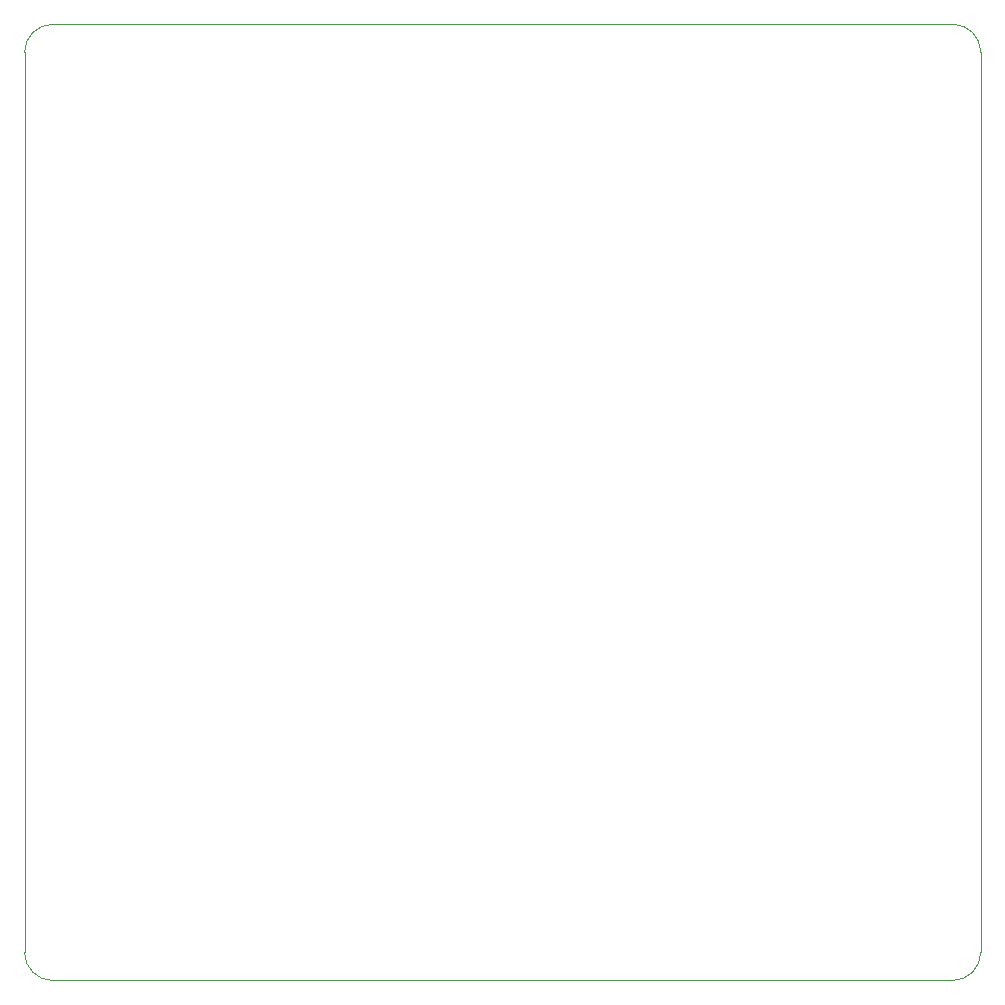
<source format=gm1>
%TF.GenerationSoftware,KiCad,Pcbnew,7.0.5*%
%TF.CreationDate,2024-08-25T19:53:10+07:00*%
%TF.ProjectId,13A-Pro,3133412d-5072-46f2-9e6b-696361645f70,rev?*%
%TF.SameCoordinates,Original*%
%TF.FileFunction,Profile,NP*%
%FSLAX46Y46*%
G04 Gerber Fmt 4.6, Leading zero omitted, Abs format (unit mm)*
G04 Created by KiCad (PCBNEW 7.0.5) date 2024-08-25 19:53:10*
%MOMM*%
%LPD*%
G01*
G04 APERTURE LIST*
%TA.AperFunction,Profile*%
%ADD10C,0.100000*%
%TD*%
G04 APERTURE END LIST*
D10*
X157956250Y-136525000D02*
X157956250Y-60325000D01*
X79375000Y-57943750D02*
G75*
G03*
X76993750Y-60325000I0J-2381250D01*
G01*
X155575000Y-57943750D02*
X79375000Y-57943750D01*
X76993750Y-60325000D02*
X76993750Y-136525000D01*
X155575000Y-138906250D02*
G75*
G03*
X157956250Y-136525000I0J2381250D01*
G01*
X157956250Y-60325000D02*
G75*
G03*
X155575000Y-57943750I-2381250J0D01*
G01*
X76993750Y-136525000D02*
G75*
G03*
X79375000Y-138906250I2381250J0D01*
G01*
X79375000Y-138906250D02*
X155575000Y-138906250D01*
M02*

</source>
